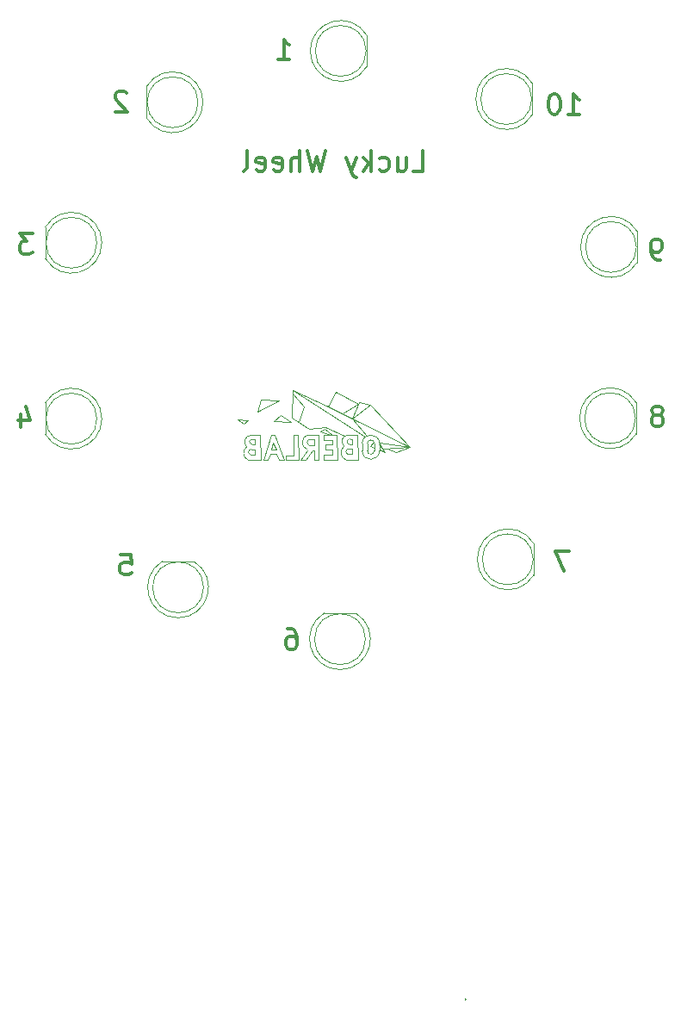
<source format=gbr>
%TF.GenerationSoftware,KiCad,Pcbnew,7.0.8*%
%TF.CreationDate,2024-08-08T21:44:56+02:00*%
%TF.ProjectId,Lucky_Wheel,4c75636b-795f-4576-9865-656c2e6b6963,rev?*%
%TF.SameCoordinates,Original*%
%TF.FileFunction,Legend,Bot*%
%TF.FilePolarity,Positive*%
%FSLAX46Y46*%
G04 Gerber Fmt 4.6, Leading zero omitted, Abs format (unit mm)*
G04 Created by KiCad (PCBNEW 7.0.8) date 2024-08-08 21:44:56*
%MOMM*%
%LPD*%
G01*
G04 APERTURE LIST*
%ADD10C,0.300000*%
%ADD11C,0.050000*%
%ADD12C,0.120000*%
%ADD13C,0.010000*%
G04 APERTURE END LIST*
D10*
X79701905Y-58749638D02*
X80654286Y-58749638D01*
X80654286Y-58749638D02*
X80654286Y-56749638D01*
X78178095Y-57416304D02*
X78178095Y-58749638D01*
X79035238Y-57416304D02*
X79035238Y-58463923D01*
X79035238Y-58463923D02*
X78940000Y-58654400D01*
X78940000Y-58654400D02*
X78749524Y-58749638D01*
X78749524Y-58749638D02*
X78463809Y-58749638D01*
X78463809Y-58749638D02*
X78273333Y-58654400D01*
X78273333Y-58654400D02*
X78178095Y-58559161D01*
X76368571Y-58654400D02*
X76559047Y-58749638D01*
X76559047Y-58749638D02*
X76940000Y-58749638D01*
X76940000Y-58749638D02*
X77130476Y-58654400D01*
X77130476Y-58654400D02*
X77225714Y-58559161D01*
X77225714Y-58559161D02*
X77320952Y-58368685D01*
X77320952Y-58368685D02*
X77320952Y-57797257D01*
X77320952Y-57797257D02*
X77225714Y-57606780D01*
X77225714Y-57606780D02*
X77130476Y-57511542D01*
X77130476Y-57511542D02*
X76940000Y-57416304D01*
X76940000Y-57416304D02*
X76559047Y-57416304D01*
X76559047Y-57416304D02*
X76368571Y-57511542D01*
X75511428Y-58749638D02*
X75511428Y-56749638D01*
X75320952Y-57987733D02*
X74749523Y-58749638D01*
X74749523Y-57416304D02*
X75511428Y-58178209D01*
X74082856Y-57416304D02*
X73606666Y-58749638D01*
X73130475Y-57416304D02*
X73606666Y-58749638D01*
X73606666Y-58749638D02*
X73797142Y-59225828D01*
X73797142Y-59225828D02*
X73892380Y-59321066D01*
X73892380Y-59321066D02*
X74082856Y-59416304D01*
X71035236Y-56749638D02*
X70559046Y-58749638D01*
X70559046Y-58749638D02*
X70178093Y-57321066D01*
X70178093Y-57321066D02*
X69797141Y-58749638D01*
X69797141Y-58749638D02*
X69320951Y-56749638D01*
X68559046Y-58749638D02*
X68559046Y-56749638D01*
X67701903Y-58749638D02*
X67701903Y-57702019D01*
X67701903Y-57702019D02*
X67797141Y-57511542D01*
X67797141Y-57511542D02*
X67987617Y-57416304D01*
X67987617Y-57416304D02*
X68273332Y-57416304D01*
X68273332Y-57416304D02*
X68463808Y-57511542D01*
X68463808Y-57511542D02*
X68559046Y-57606780D01*
X65987617Y-58654400D02*
X66178093Y-58749638D01*
X66178093Y-58749638D02*
X66559046Y-58749638D01*
X66559046Y-58749638D02*
X66749522Y-58654400D01*
X66749522Y-58654400D02*
X66844760Y-58463923D01*
X66844760Y-58463923D02*
X66844760Y-57702019D01*
X66844760Y-57702019D02*
X66749522Y-57511542D01*
X66749522Y-57511542D02*
X66559046Y-57416304D01*
X66559046Y-57416304D02*
X66178093Y-57416304D01*
X66178093Y-57416304D02*
X65987617Y-57511542D01*
X65987617Y-57511542D02*
X65892379Y-57702019D01*
X65892379Y-57702019D02*
X65892379Y-57892495D01*
X65892379Y-57892495D02*
X66844760Y-58082971D01*
X64273331Y-58654400D02*
X64463807Y-58749638D01*
X64463807Y-58749638D02*
X64844760Y-58749638D01*
X64844760Y-58749638D02*
X65035236Y-58654400D01*
X65035236Y-58654400D02*
X65130474Y-58463923D01*
X65130474Y-58463923D02*
X65130474Y-57702019D01*
X65130474Y-57702019D02*
X65035236Y-57511542D01*
X65035236Y-57511542D02*
X64844760Y-57416304D01*
X64844760Y-57416304D02*
X64463807Y-57416304D01*
X64463807Y-57416304D02*
X64273331Y-57511542D01*
X64273331Y-57511542D02*
X64178093Y-57702019D01*
X64178093Y-57702019D02*
X64178093Y-57892495D01*
X64178093Y-57892495D02*
X65130474Y-58082971D01*
X63035236Y-58749638D02*
X63225712Y-58654400D01*
X63225712Y-58654400D02*
X63320950Y-58463923D01*
X63320950Y-58463923D02*
X63320950Y-56749638D01*
X66388571Y-47799638D02*
X67531428Y-47799638D01*
X66960000Y-47799638D02*
X66960000Y-45799638D01*
X66960000Y-45799638D02*
X67150476Y-46085352D01*
X67150476Y-46085352D02*
X67340952Y-46275828D01*
X67340952Y-46275828D02*
X67531428Y-46371066D01*
X51521428Y-51100114D02*
X51426190Y-51004876D01*
X51426190Y-51004876D02*
X51235714Y-50909638D01*
X51235714Y-50909638D02*
X50759523Y-50909638D01*
X50759523Y-50909638D02*
X50569047Y-51004876D01*
X50569047Y-51004876D02*
X50473809Y-51100114D01*
X50473809Y-51100114D02*
X50378571Y-51290590D01*
X50378571Y-51290590D02*
X50378571Y-51481066D01*
X50378571Y-51481066D02*
X50473809Y-51766780D01*
X50473809Y-51766780D02*
X51616666Y-52909638D01*
X51616666Y-52909638D02*
X50378571Y-52909638D01*
X42236666Y-64909638D02*
X40998571Y-64909638D01*
X40998571Y-64909638D02*
X41665238Y-65671542D01*
X41665238Y-65671542D02*
X41379523Y-65671542D01*
X41379523Y-65671542D02*
X41189047Y-65766780D01*
X41189047Y-65766780D02*
X41093809Y-65862019D01*
X41093809Y-65862019D02*
X40998571Y-66052495D01*
X40998571Y-66052495D02*
X40998571Y-66528685D01*
X40998571Y-66528685D02*
X41093809Y-66719161D01*
X41093809Y-66719161D02*
X41189047Y-66814400D01*
X41189047Y-66814400D02*
X41379523Y-66909638D01*
X41379523Y-66909638D02*
X41950952Y-66909638D01*
X41950952Y-66909638D02*
X42141428Y-66814400D01*
X42141428Y-66814400D02*
X42236666Y-66719161D01*
X41089047Y-82626304D02*
X41089047Y-83959638D01*
X41565238Y-81864400D02*
X42041428Y-83292971D01*
X42041428Y-83292971D02*
X40803333Y-83292971D01*
X50943809Y-96449638D02*
X51896190Y-96449638D01*
X51896190Y-96449638D02*
X51991428Y-97402019D01*
X51991428Y-97402019D02*
X51896190Y-97306780D01*
X51896190Y-97306780D02*
X51705714Y-97211542D01*
X51705714Y-97211542D02*
X51229523Y-97211542D01*
X51229523Y-97211542D02*
X51039047Y-97306780D01*
X51039047Y-97306780D02*
X50943809Y-97402019D01*
X50943809Y-97402019D02*
X50848571Y-97592495D01*
X50848571Y-97592495D02*
X50848571Y-98068685D01*
X50848571Y-98068685D02*
X50943809Y-98259161D01*
X50943809Y-98259161D02*
X51039047Y-98354400D01*
X51039047Y-98354400D02*
X51229523Y-98449638D01*
X51229523Y-98449638D02*
X51705714Y-98449638D01*
X51705714Y-98449638D02*
X51896190Y-98354400D01*
X51896190Y-98354400D02*
X51991428Y-98259161D01*
X67339047Y-103749638D02*
X67720000Y-103749638D01*
X67720000Y-103749638D02*
X67910476Y-103844876D01*
X67910476Y-103844876D02*
X68005714Y-103940114D01*
X68005714Y-103940114D02*
X68196190Y-104225828D01*
X68196190Y-104225828D02*
X68291428Y-104606780D01*
X68291428Y-104606780D02*
X68291428Y-105368685D01*
X68291428Y-105368685D02*
X68196190Y-105559161D01*
X68196190Y-105559161D02*
X68100952Y-105654400D01*
X68100952Y-105654400D02*
X67910476Y-105749638D01*
X67910476Y-105749638D02*
X67529523Y-105749638D01*
X67529523Y-105749638D02*
X67339047Y-105654400D01*
X67339047Y-105654400D02*
X67243809Y-105559161D01*
X67243809Y-105559161D02*
X67148571Y-105368685D01*
X67148571Y-105368685D02*
X67148571Y-104892495D01*
X67148571Y-104892495D02*
X67243809Y-104702019D01*
X67243809Y-104702019D02*
X67339047Y-104606780D01*
X67339047Y-104606780D02*
X67529523Y-104511542D01*
X67529523Y-104511542D02*
X67910476Y-104511542D01*
X67910476Y-104511542D02*
X68100952Y-104606780D01*
X68100952Y-104606780D02*
X68196190Y-104702019D01*
X68196190Y-104702019D02*
X68291428Y-104892495D01*
X95006666Y-96079638D02*
X93673333Y-96079638D01*
X93673333Y-96079638D02*
X94530476Y-98079638D01*
X103910476Y-82716780D02*
X104100952Y-82621542D01*
X104100952Y-82621542D02*
X104196190Y-82526304D01*
X104196190Y-82526304D02*
X104291428Y-82335828D01*
X104291428Y-82335828D02*
X104291428Y-82240590D01*
X104291428Y-82240590D02*
X104196190Y-82050114D01*
X104196190Y-82050114D02*
X104100952Y-81954876D01*
X104100952Y-81954876D02*
X103910476Y-81859638D01*
X103910476Y-81859638D02*
X103529523Y-81859638D01*
X103529523Y-81859638D02*
X103339047Y-81954876D01*
X103339047Y-81954876D02*
X103243809Y-82050114D01*
X103243809Y-82050114D02*
X103148571Y-82240590D01*
X103148571Y-82240590D02*
X103148571Y-82335828D01*
X103148571Y-82335828D02*
X103243809Y-82526304D01*
X103243809Y-82526304D02*
X103339047Y-82621542D01*
X103339047Y-82621542D02*
X103529523Y-82716780D01*
X103529523Y-82716780D02*
X103910476Y-82716780D01*
X103910476Y-82716780D02*
X104100952Y-82812019D01*
X104100952Y-82812019D02*
X104196190Y-82907257D01*
X104196190Y-82907257D02*
X104291428Y-83097733D01*
X104291428Y-83097733D02*
X104291428Y-83478685D01*
X104291428Y-83478685D02*
X104196190Y-83669161D01*
X104196190Y-83669161D02*
X104100952Y-83764400D01*
X104100952Y-83764400D02*
X103910476Y-83859638D01*
X103910476Y-83859638D02*
X103529523Y-83859638D01*
X103529523Y-83859638D02*
X103339047Y-83764400D01*
X103339047Y-83764400D02*
X103243809Y-83669161D01*
X103243809Y-83669161D02*
X103148571Y-83478685D01*
X103148571Y-83478685D02*
X103148571Y-83097733D01*
X103148571Y-83097733D02*
X103243809Y-82907257D01*
X103243809Y-82907257D02*
X103339047Y-82812019D01*
X103339047Y-82812019D02*
X103529523Y-82716780D01*
X104000952Y-67469638D02*
X103620000Y-67469638D01*
X103620000Y-67469638D02*
X103429523Y-67374400D01*
X103429523Y-67374400D02*
X103334285Y-67279161D01*
X103334285Y-67279161D02*
X103143809Y-66993447D01*
X103143809Y-66993447D02*
X103048571Y-66612495D01*
X103048571Y-66612495D02*
X103048571Y-65850590D01*
X103048571Y-65850590D02*
X103143809Y-65660114D01*
X103143809Y-65660114D02*
X103239047Y-65564876D01*
X103239047Y-65564876D02*
X103429523Y-65469638D01*
X103429523Y-65469638D02*
X103810476Y-65469638D01*
X103810476Y-65469638D02*
X104000952Y-65564876D01*
X104000952Y-65564876D02*
X104096190Y-65660114D01*
X104096190Y-65660114D02*
X104191428Y-65850590D01*
X104191428Y-65850590D02*
X104191428Y-66326780D01*
X104191428Y-66326780D02*
X104096190Y-66517257D01*
X104096190Y-66517257D02*
X104000952Y-66612495D01*
X104000952Y-66612495D02*
X103810476Y-66707733D01*
X103810476Y-66707733D02*
X103429523Y-66707733D01*
X103429523Y-66707733D02*
X103239047Y-66612495D01*
X103239047Y-66612495D02*
X103143809Y-66517257D01*
X103143809Y-66517257D02*
X103048571Y-66326780D01*
X94910952Y-53169638D02*
X96053809Y-53169638D01*
X95482381Y-53169638D02*
X95482381Y-51169638D01*
X95482381Y-51169638D02*
X95672857Y-51455352D01*
X95672857Y-51455352D02*
X95863333Y-51645828D01*
X95863333Y-51645828D02*
X96053809Y-51741066D01*
X93672857Y-51169638D02*
X93482380Y-51169638D01*
X93482380Y-51169638D02*
X93291904Y-51264876D01*
X93291904Y-51264876D02*
X93196666Y-51360114D01*
X93196666Y-51360114D02*
X93101428Y-51550590D01*
X93101428Y-51550590D02*
X93006190Y-51931542D01*
X93006190Y-51931542D02*
X93006190Y-52407733D01*
X93006190Y-52407733D02*
X93101428Y-52788685D01*
X93101428Y-52788685D02*
X93196666Y-52979161D01*
X93196666Y-52979161D02*
X93291904Y-53074400D01*
X93291904Y-53074400D02*
X93482380Y-53169638D01*
X93482380Y-53169638D02*
X93672857Y-53169638D01*
X93672857Y-53169638D02*
X93863333Y-53074400D01*
X93863333Y-53074400D02*
X93958571Y-52979161D01*
X93958571Y-52979161D02*
X94053809Y-52788685D01*
X94053809Y-52788685D02*
X94149047Y-52407733D01*
X94149047Y-52407733D02*
X94149047Y-51931542D01*
X94149047Y-51931542D02*
X94053809Y-51550590D01*
X94053809Y-51550590D02*
X93958571Y-51360114D01*
X93958571Y-51360114D02*
X93863333Y-51264876D01*
X93863333Y-51264876D02*
X93672857Y-51169638D01*
D11*
%TO.C,G\u002A\u002A\u002A*%
X62425000Y-83142000D02*
X63000000Y-83617000D01*
X63000000Y-83617000D02*
X63425000Y-83292000D01*
X63425000Y-83292000D02*
X62425000Y-83142000D01*
D12*
X63750000Y-84730605D02*
X64650000Y-84717000D01*
X64149999Y-86112050D02*
X63749999Y-86112050D01*
X64150000Y-85117000D02*
X63900000Y-85117000D01*
X64150000Y-85167000D02*
X64150000Y-85617000D01*
X64150000Y-85617000D02*
X63850000Y-85617000D01*
X64150000Y-86117000D02*
X64150000Y-86617000D01*
X64150000Y-86617000D02*
X63700000Y-86617000D01*
D11*
X64375000Y-82417000D02*
X64725000Y-81242000D01*
D12*
X64650000Y-84717000D02*
X64700000Y-87167000D01*
X64700000Y-87167000D02*
X63500000Y-87167000D01*
D11*
X64725000Y-81242000D02*
X66525000Y-81292000D01*
D12*
X64975000Y-87167000D02*
X65750000Y-84717000D01*
X65375000Y-87167000D02*
X64975000Y-87167000D01*
X65625000Y-86567000D02*
X65375000Y-87167000D01*
X65700000Y-86167000D02*
X65925000Y-85417000D01*
X65750000Y-84717000D02*
X66075000Y-84717000D01*
X65925000Y-85417000D02*
X66200000Y-86167000D01*
D11*
X65950000Y-83342000D02*
X67625000Y-83442000D01*
D12*
X66075000Y-84717000D02*
X66975000Y-87167000D01*
X66200000Y-86167000D02*
X65700000Y-86167000D01*
X66225000Y-86567000D02*
X65625000Y-86567000D01*
X66475000Y-87167000D02*
X66225000Y-86567000D01*
X66475000Y-87167000D02*
X66975000Y-87167000D01*
D11*
X66525000Y-81292000D02*
X64375000Y-82417000D01*
X66650000Y-82767000D02*
X65950000Y-83342000D01*
D12*
X67150000Y-86692000D02*
X67150000Y-87142000D01*
X67150000Y-87142000D02*
X68400000Y-87142000D01*
D11*
X67650000Y-83442000D02*
X66650000Y-82767000D01*
X67800000Y-82992000D02*
X69425000Y-84117000D01*
X67850000Y-80667000D02*
X68975000Y-81892000D01*
X67875000Y-80267000D02*
X67800000Y-82992000D01*
D12*
X67900000Y-86692000D02*
X67150000Y-86692000D01*
X67925000Y-84692000D02*
X67900000Y-86692000D01*
X68375000Y-84692000D02*
X67925000Y-84692000D01*
X68400000Y-87142000D02*
X68375000Y-84692000D01*
X68575000Y-87142000D02*
X69275000Y-86192000D01*
X68675000Y-87142000D02*
X68575000Y-87142000D01*
D11*
X68975000Y-81892000D02*
X68400000Y-83392000D01*
D12*
X69075000Y-87142000D02*
X68675000Y-87142000D01*
X69316269Y-84686594D02*
X70425000Y-84692000D01*
D11*
X69425000Y-84117000D02*
X71100000Y-83892000D01*
D12*
X69475000Y-85142000D02*
X69925000Y-85142000D01*
X69825000Y-86192000D02*
X69075000Y-87142000D01*
X69925000Y-85142000D02*
X69925000Y-85692000D01*
X69925000Y-85692000D02*
X69425000Y-85692000D01*
X69975000Y-86192000D02*
X69825000Y-86192000D01*
X69975000Y-87142000D02*
X69975000Y-86192000D01*
X70425000Y-84692000D02*
X70425000Y-87142000D01*
X70425000Y-87142000D02*
X69975000Y-87142000D01*
D11*
X70575000Y-84342000D02*
X71550000Y-84692000D01*
D12*
X70875000Y-84692000D02*
X72175000Y-84692000D01*
X70875000Y-85192000D02*
X70875000Y-84692000D01*
X70875000Y-86642000D02*
X71725000Y-86642000D01*
X70875000Y-87142000D02*
X70875000Y-86642000D01*
D11*
X70975000Y-84067000D02*
X70575000Y-84342000D01*
D12*
X71075000Y-85642000D02*
X71725000Y-85642000D01*
X71075000Y-86092000D02*
X71075000Y-85642000D01*
D11*
X71100000Y-83892000D02*
X72925000Y-84792000D01*
X71350000Y-81892000D02*
X67875000Y-80267000D01*
X71350000Y-81892000D02*
X73675000Y-83042000D01*
D12*
X71725000Y-85192000D02*
X70875000Y-85192000D01*
X71725000Y-85642000D02*
X71725000Y-85192000D01*
X71725000Y-86092000D02*
X71075000Y-86092000D01*
X71725000Y-86642000D02*
X71725000Y-86092000D01*
D11*
X71750000Y-84667000D02*
X70975000Y-84067000D01*
X72100000Y-80467000D02*
X71350000Y-81892000D01*
X72100000Y-80467000D02*
X74300000Y-81642000D01*
D12*
X72125000Y-87142000D02*
X70875000Y-87142000D01*
X72175000Y-84692000D02*
X72225000Y-87142000D01*
X72225000Y-87142000D02*
X72125000Y-87142000D01*
X73325000Y-84705605D02*
X74225000Y-84692000D01*
D11*
X73675000Y-83042000D02*
X75150000Y-84767000D01*
X73675000Y-83042000D02*
X79325000Y-85892000D01*
D12*
X73724999Y-86087050D02*
X73324999Y-86087050D01*
X73725000Y-85092000D02*
X73475000Y-85092000D01*
X73725000Y-85142000D02*
X73725000Y-85592000D01*
X73725000Y-85592000D02*
X73425000Y-85592000D01*
X73725000Y-86092000D02*
X73725000Y-86592000D01*
X73725000Y-86592000D02*
X73275000Y-86592000D01*
X74225000Y-84692000D02*
X74275000Y-87142000D01*
X74275000Y-87142000D02*
X73075000Y-87142000D01*
D11*
X74300000Y-81642000D02*
X72725000Y-82542000D01*
X74400000Y-81467000D02*
X73675000Y-83042000D01*
D12*
X74675000Y-85542000D02*
X74675000Y-86242000D01*
D11*
X74975000Y-84867000D02*
X67875000Y-80267000D01*
D12*
X75175000Y-85542000D02*
X75175000Y-86192000D01*
D11*
X75425000Y-81717000D02*
X73675000Y-83042000D01*
X75425000Y-81717000D02*
X74400000Y-81467000D01*
X75500000Y-85792000D02*
X75875000Y-85967000D01*
X75825000Y-85392000D02*
X75500000Y-85792000D01*
D12*
X75875000Y-85542000D02*
X75875000Y-86242000D01*
D11*
X76375000Y-86142000D02*
X76925000Y-86417000D01*
D12*
X76375000Y-86242000D02*
X76375000Y-85542000D01*
D11*
X76425000Y-85417000D02*
X76650000Y-86042000D01*
X76650000Y-86042000D02*
X79325000Y-85892000D01*
X76925000Y-86417000D02*
X76350000Y-85617000D01*
X78000000Y-86367000D02*
X77175000Y-86017000D01*
X79325000Y-85892000D02*
X75425000Y-81717000D01*
X79325000Y-85892000D02*
X76425000Y-85417000D01*
X79325000Y-85892000D02*
X78000000Y-86367000D01*
D12*
X63750000Y-84730606D02*
G75*
G03*
X63300001Y-85816999I0J-636394D01*
G01*
X63323744Y-85858064D02*
G75*
G03*
X63500001Y-87166998I426255J-608936D01*
G01*
X63749999Y-86112051D02*
G75*
G03*
X63700001Y-86616998I1J-254949D01*
G01*
X63910634Y-85124464D02*
G75*
G03*
X63850000Y-85617000I-60634J-242536D01*
G01*
X69316269Y-84686595D02*
G75*
G03*
X69300001Y-86141998I233731J-730405D01*
G01*
X69425001Y-85142002D02*
G75*
G03*
X69425001Y-85691998I124999J-274998D01*
G01*
X73325000Y-84705606D02*
G75*
G03*
X72875001Y-85791999I0J-636394D01*
G01*
X72898744Y-85833064D02*
G75*
G03*
X73075001Y-87141998I426255J-608936D01*
G01*
X73324999Y-86087051D02*
G75*
G03*
X73275001Y-86591998I1J-254949D01*
G01*
X73485634Y-85099464D02*
G75*
G03*
X73425000Y-85592000I-60634J-242536D01*
G01*
X76375000Y-85542000D02*
G75*
G03*
X74675000Y-85542000I-850000J0D01*
G01*
X75875000Y-85542000D02*
G75*
G03*
X75175000Y-85542000I-350000J0D01*
G01*
X75175000Y-86242000D02*
G75*
G03*
X75875000Y-86242000I350000J0D01*
G01*
X74675000Y-86242000D02*
G75*
G03*
X76375000Y-86242000I850000J0D01*
G01*
D13*
X84872361Y-140137226D02*
X84808542Y-140201045D01*
X84744723Y-140137226D01*
X84808542Y-140073407D01*
X84872361Y-140137226D01*
G36*
X84872361Y-140137226D02*
G01*
X84808542Y-140201045D01*
X84744723Y-140137226D01*
X84808542Y-140073407D01*
X84872361Y-140137226D01*
G37*
D12*
%TO.C,1*%
X75120000Y-45395000D02*
X75120000Y-48485000D01*
X69570001Y-46939538D02*
G75*
G03*
X75119999Y-48484830I2989999J-462D01*
G01*
X75120000Y-45395170D02*
G75*
G03*
X69570000Y-46940462I-2560000J-1544830D01*
G01*
X75060000Y-46940000D02*
G75*
G03*
X75060000Y-46940000I-2500000J0D01*
G01*
%TO.C,2*%
X91400000Y-50125000D02*
X91400000Y-53215000D01*
X85850001Y-51669538D02*
G75*
G03*
X91399999Y-53214830I2989999J-462D01*
G01*
X91400000Y-50125170D02*
G75*
G03*
X85850000Y-51670462I-2560000J-1544830D01*
G01*
X91340000Y-51670000D02*
G75*
G03*
X91340000Y-51670000I-2500000J0D01*
G01*
%TO.C,3*%
X101700000Y-64665000D02*
X101700000Y-67755000D01*
X96150001Y-66209538D02*
G75*
G03*
X101699999Y-67754830I2989999J-462D01*
G01*
X101700000Y-64665170D02*
G75*
G03*
X96150000Y-66210462I-2560000J-1544830D01*
G01*
X101640000Y-66210000D02*
G75*
G03*
X101640000Y-66210000I-2500000J0D01*
G01*
%TO.C,4*%
X101610000Y-81505000D02*
X101610000Y-84595000D01*
X96060001Y-83049538D02*
G75*
G03*
X101609999Y-84594830I2989999J-462D01*
G01*
X101610000Y-81505170D02*
G75*
G03*
X96060000Y-83050462I-2560000J-1544830D01*
G01*
X101550000Y-83050000D02*
G75*
G03*
X101550000Y-83050000I-2500000J0D01*
G01*
%TO.C,5*%
X91550000Y-95375000D02*
X91550000Y-98465000D01*
X86000001Y-96919538D02*
G75*
G03*
X91549999Y-98464830I2989999J-462D01*
G01*
X91550000Y-95375170D02*
G75*
G03*
X86000000Y-96920462I-2560000J-1544830D01*
G01*
X91490000Y-96920000D02*
G75*
G03*
X91490000Y-96920000I-2500000J0D01*
G01*
%TO.C,6*%
X70945000Y-102210000D02*
X74035000Y-102210000D01*
X72489538Y-107759999D02*
G75*
G03*
X74034830Y-102210001I462J2989999D01*
G01*
X70945170Y-102210000D02*
G75*
G03*
X72490462Y-107760000I1544830J-2560000D01*
G01*
X74990000Y-104770000D02*
G75*
G03*
X74990000Y-104770000I-2500000J0D01*
G01*
%TO.C,7*%
X55025000Y-97120000D02*
X58115000Y-97120000D01*
X56569538Y-102669999D02*
G75*
G03*
X58114830Y-97120001I462J2989999D01*
G01*
X55025170Y-97120000D02*
G75*
G03*
X56570462Y-102670000I1544830J-2560000D01*
G01*
X59070000Y-99680000D02*
G75*
G03*
X59070000Y-99680000I-2500000J0D01*
G01*
%TO.C,8*%
X43520000Y-84635000D02*
X43520000Y-81545000D01*
X49069999Y-83090462D02*
G75*
G03*
X43520001Y-81545170I-2989999J462D01*
G01*
X43520000Y-84634830D02*
G75*
G03*
X49070000Y-83089538I2560000J1544830D01*
G01*
X48580000Y-83090000D02*
G75*
G03*
X48580000Y-83090000I-2500000J0D01*
G01*
%TO.C,9*%
X43520000Y-67345000D02*
X43520000Y-64255000D01*
X49069999Y-65800462D02*
G75*
G03*
X43520001Y-64255170I-2989999J462D01*
G01*
X43520000Y-67344830D02*
G75*
G03*
X49070000Y-65799538I2560000J1544830D01*
G01*
X48580000Y-65800000D02*
G75*
G03*
X48580000Y-65800000I-2500000J0D01*
G01*
%TO.C,10*%
X53470000Y-53535000D02*
X53470000Y-50445000D01*
X59019999Y-51990462D02*
G75*
G03*
X53470001Y-50445170I-2989999J462D01*
G01*
X53470000Y-53534830D02*
G75*
G03*
X59020000Y-51989538I2560000J1544830D01*
G01*
X58530000Y-51990000D02*
G75*
G03*
X58530000Y-51990000I-2500000J0D01*
G01*
%TD*%
M02*

</source>
